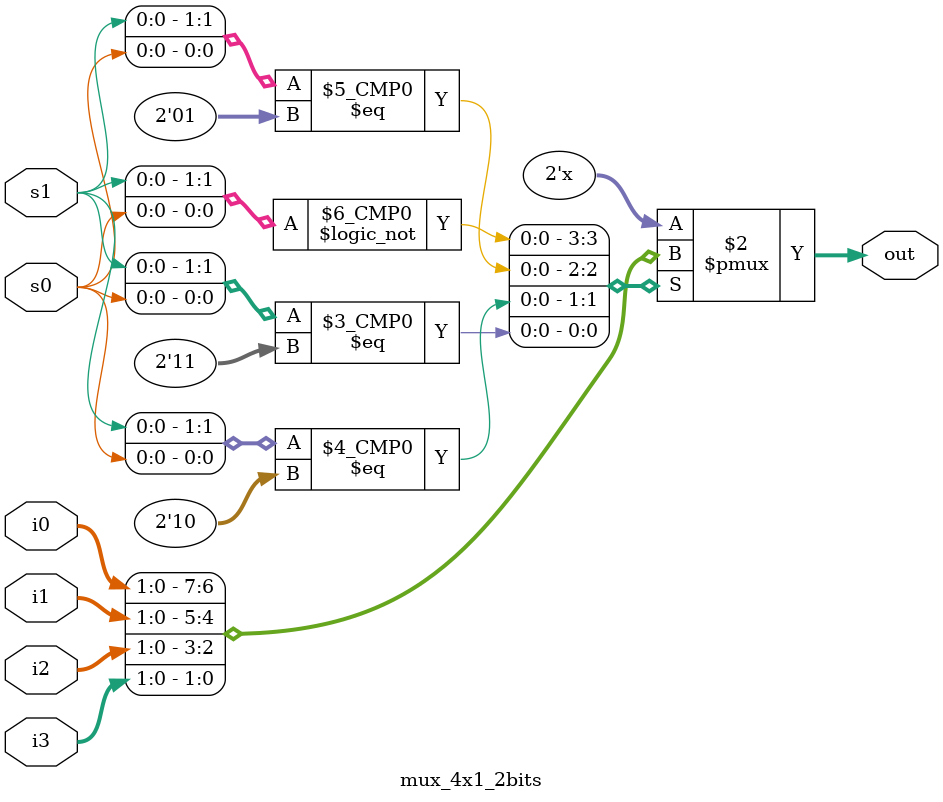
<source format=v>
module mux_4x1_2bits (
    input wire [ 1 : 0 ] i0,    // Input 0
    input wire [ 1 : 0 ] i1,    // Input 1
    input wire [ 1 : 0 ] i2,    // Input 2
    input wire [ 1 : 0 ] i3,    // Input 3
    input wire s0,    // Select signal 0 (LSB)
    input wire s1,    // Select signal 1 (MSB)
    output reg [ 1 : 0 ] out    // Output
);

    always @(*) begin
        // Concatenating s1 and s0 to form a 2-bit selection bus
        case ({s1, s0})
            2'b00: out = i0; // Selects i0 when s1=0, s0=0
            2'b01: out = i1; // Selects i1 when s1=0, s0=1
            2'b10: out = i2; // Selects i2 when s1=1, s0=0
            2'b11: out = i3; // Selects i3 when s1=1, s0=1
            default: out = 1'b0;
        endcase
    end

endmodule
</source>
